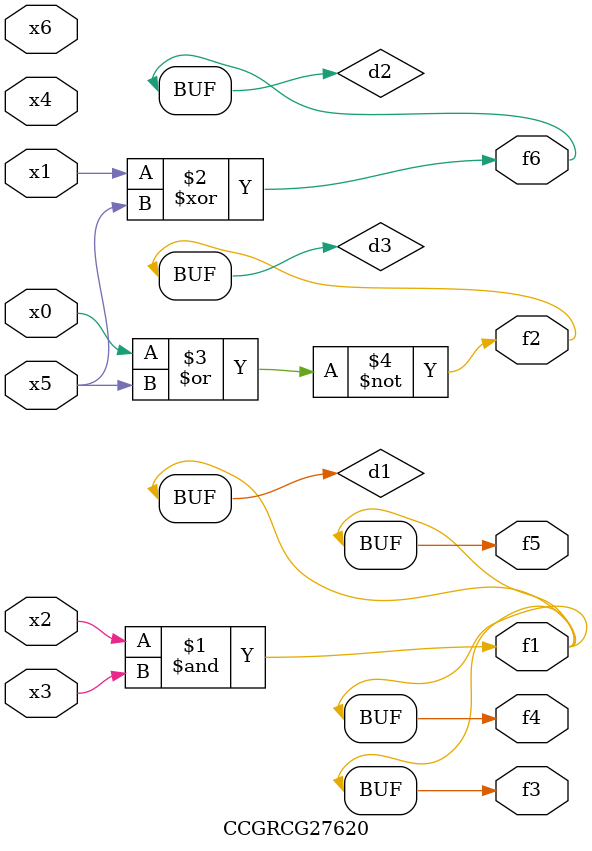
<source format=v>
module CCGRCG27620(
	input x0, x1, x2, x3, x4, x5, x6,
	output f1, f2, f3, f4, f5, f6
);

	wire d1, d2, d3;

	and (d1, x2, x3);
	xor (d2, x1, x5);
	nor (d3, x0, x5);
	assign f1 = d1;
	assign f2 = d3;
	assign f3 = d1;
	assign f4 = d1;
	assign f5 = d1;
	assign f6 = d2;
endmodule

</source>
